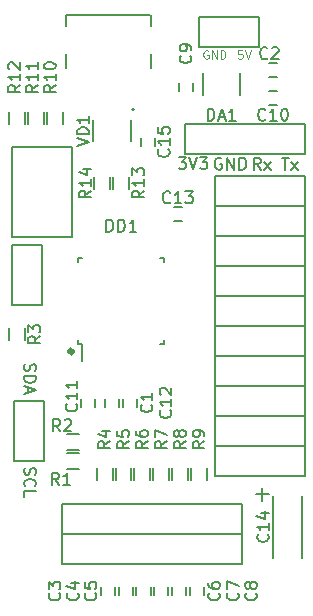
<source format=gbr>
G04 #@! TF.FileFunction,Legend,Top*
%FSLAX46Y46*%
G04 Gerber Fmt 4.6, Leading zero omitted, Abs format (unit mm)*
G04 Created by KiCad (PCBNEW 4.0.5) date 11/21/17 13:44:46*
%MOMM*%
%LPD*%
G01*
G04 APERTURE LIST*
%ADD10C,0.100000*%
%ADD11C,0.150000*%
%ADD12C,0.400000*%
%ADD13C,0.200000*%
G04 APERTURE END LIST*
D10*
X117166667Y-52050000D02*
X117100001Y-52016667D01*
X117000001Y-52016667D01*
X116900001Y-52050000D01*
X116833334Y-52116667D01*
X116800001Y-52183333D01*
X116766667Y-52316667D01*
X116766667Y-52416667D01*
X116800001Y-52550000D01*
X116833334Y-52616667D01*
X116900001Y-52683333D01*
X117000001Y-52716667D01*
X117066667Y-52716667D01*
X117166667Y-52683333D01*
X117200001Y-52650000D01*
X117200001Y-52416667D01*
X117066667Y-52416667D01*
X117500001Y-52716667D02*
X117500001Y-52016667D01*
X117900001Y-52716667D01*
X117900001Y-52016667D01*
X118233334Y-52716667D02*
X118233334Y-52016667D01*
X118400000Y-52016667D01*
X118500000Y-52050000D01*
X118566667Y-52116667D01*
X118600000Y-52183333D01*
X118633334Y-52316667D01*
X118633334Y-52416667D01*
X118600000Y-52550000D01*
X118566667Y-52616667D01*
X118500000Y-52683333D01*
X118400000Y-52716667D01*
X118233334Y-52716667D01*
X120066667Y-52016667D02*
X119733334Y-52016667D01*
X119700000Y-52350000D01*
X119733334Y-52316667D01*
X119800000Y-52283333D01*
X119966667Y-52283333D01*
X120033334Y-52316667D01*
X120066667Y-52350000D01*
X120100000Y-52416667D01*
X120100000Y-52583333D01*
X120066667Y-52650000D01*
X120033334Y-52683333D01*
X119966667Y-52716667D01*
X119800000Y-52716667D01*
X119733334Y-52683333D01*
X119700000Y-52650000D01*
X120300001Y-52016667D02*
X120533334Y-52716667D01*
X120766667Y-52016667D01*
D11*
X114661905Y-61052381D02*
X115280953Y-61052381D01*
X114947619Y-61433333D01*
X115090477Y-61433333D01*
X115185715Y-61480952D01*
X115233334Y-61528571D01*
X115280953Y-61623810D01*
X115280953Y-61861905D01*
X115233334Y-61957143D01*
X115185715Y-62004762D01*
X115090477Y-62052381D01*
X114804762Y-62052381D01*
X114709524Y-62004762D01*
X114661905Y-61957143D01*
X115566667Y-61052381D02*
X115900000Y-62052381D01*
X116233334Y-61052381D01*
X116471429Y-61052381D02*
X117090477Y-61052381D01*
X116757143Y-61433333D01*
X116900001Y-61433333D01*
X116995239Y-61480952D01*
X117042858Y-61528571D01*
X117090477Y-61623810D01*
X117090477Y-61861905D01*
X117042858Y-61957143D01*
X116995239Y-62004762D01*
X116900001Y-62052381D01*
X116614286Y-62052381D01*
X116519048Y-62004762D01*
X116471429Y-61957143D01*
X118288096Y-61150000D02*
X118192858Y-61102381D01*
X118050001Y-61102381D01*
X117907143Y-61150000D01*
X117811905Y-61245238D01*
X117764286Y-61340476D01*
X117716667Y-61530952D01*
X117716667Y-61673810D01*
X117764286Y-61864286D01*
X117811905Y-61959524D01*
X117907143Y-62054762D01*
X118050001Y-62102381D01*
X118145239Y-62102381D01*
X118288096Y-62054762D01*
X118335715Y-62007143D01*
X118335715Y-61673810D01*
X118145239Y-61673810D01*
X118764286Y-62102381D02*
X118764286Y-61102381D01*
X119335715Y-62102381D01*
X119335715Y-61102381D01*
X119811905Y-62102381D02*
X119811905Y-61102381D01*
X120050000Y-61102381D01*
X120192858Y-61150000D01*
X120288096Y-61245238D01*
X120335715Y-61340476D01*
X120383334Y-61530952D01*
X120383334Y-61673810D01*
X120335715Y-61864286D01*
X120288096Y-61959524D01*
X120192858Y-62054762D01*
X120050000Y-62102381D01*
X119811905Y-62102381D01*
X121604762Y-62102381D02*
X121271428Y-61626190D01*
X121033333Y-62102381D02*
X121033333Y-61102381D01*
X121414286Y-61102381D01*
X121509524Y-61150000D01*
X121557143Y-61197619D01*
X121604762Y-61292857D01*
X121604762Y-61435714D01*
X121557143Y-61530952D01*
X121509524Y-61578571D01*
X121414286Y-61626190D01*
X121033333Y-61626190D01*
X121938095Y-62102381D02*
X122461905Y-61435714D01*
X121938095Y-61435714D02*
X122461905Y-62102381D01*
X123409524Y-61102381D02*
X123980953Y-61102381D01*
X123695238Y-62102381D02*
X123695238Y-61102381D01*
X124219048Y-62102381D02*
X124742858Y-61435714D01*
X124219048Y-61435714D02*
X124742858Y-62102381D01*
X101645238Y-87359524D02*
X101597619Y-87502381D01*
X101597619Y-87740477D01*
X101645238Y-87835715D01*
X101692857Y-87883334D01*
X101788095Y-87930953D01*
X101883333Y-87930953D01*
X101978571Y-87883334D01*
X102026190Y-87835715D01*
X102073810Y-87740477D01*
X102121429Y-87550000D01*
X102169048Y-87454762D01*
X102216667Y-87407143D01*
X102311905Y-87359524D01*
X102407143Y-87359524D01*
X102502381Y-87407143D01*
X102550000Y-87454762D01*
X102597619Y-87550000D01*
X102597619Y-87788096D01*
X102550000Y-87930953D01*
X101692857Y-88930953D02*
X101645238Y-88883334D01*
X101597619Y-88740477D01*
X101597619Y-88645239D01*
X101645238Y-88502381D01*
X101740476Y-88407143D01*
X101835714Y-88359524D01*
X102026190Y-88311905D01*
X102169048Y-88311905D01*
X102359524Y-88359524D01*
X102454762Y-88407143D01*
X102550000Y-88502381D01*
X102597619Y-88645239D01*
X102597619Y-88740477D01*
X102550000Y-88883334D01*
X102502381Y-88930953D01*
X101597619Y-89835715D02*
X101597619Y-89359524D01*
X102597619Y-89359524D01*
X101645238Y-78585714D02*
X101597619Y-78728571D01*
X101597619Y-78966667D01*
X101645238Y-79061905D01*
X101692857Y-79109524D01*
X101788095Y-79157143D01*
X101883333Y-79157143D01*
X101978571Y-79109524D01*
X102026190Y-79061905D01*
X102073810Y-78966667D01*
X102121429Y-78776190D01*
X102169048Y-78680952D01*
X102216667Y-78633333D01*
X102311905Y-78585714D01*
X102407143Y-78585714D01*
X102502381Y-78633333D01*
X102550000Y-78680952D01*
X102597619Y-78776190D01*
X102597619Y-79014286D01*
X102550000Y-79157143D01*
X101597619Y-79585714D02*
X102597619Y-79585714D01*
X102597619Y-79823809D01*
X102550000Y-79966667D01*
X102454762Y-80061905D01*
X102359524Y-80109524D01*
X102169048Y-80157143D01*
X102026190Y-80157143D01*
X101835714Y-80109524D01*
X101740476Y-80061905D01*
X101645238Y-79966667D01*
X101597619Y-79823809D01*
X101597619Y-79585714D01*
X101883333Y-80538095D02*
X101883333Y-81014286D01*
X101597619Y-80442857D02*
X102597619Y-80776190D01*
X101597619Y-81109524D01*
D12*
X105708114Y-77500000D02*
G75*
G03X105708114Y-77500000I-158114J0D01*
G01*
D11*
X105142000Y-52284300D02*
X105142000Y-53484300D01*
X112292000Y-52284300D02*
X112292000Y-53484300D01*
X105132000Y-49054300D02*
X105132000Y-49984300D01*
X112292000Y-49054300D02*
X112292000Y-49984300D01*
X112287000Y-49054300D02*
X105137000Y-49054300D01*
X104780000Y-90390000D02*
X120020000Y-90390000D01*
X120020000Y-90390000D02*
X120020000Y-92930000D01*
X120020000Y-92930000D02*
X104780000Y-92930000D01*
X104780000Y-90390000D02*
X104780000Y-92930000D01*
X117730000Y-65220000D02*
X125350000Y-65220000D01*
X125350000Y-65220000D02*
X125350000Y-62680000D01*
X125350000Y-62680000D02*
X117730000Y-62680000D01*
X117730000Y-62680000D02*
X117730000Y-65220000D01*
X117730000Y-67760000D02*
X125350000Y-67760000D01*
X125350000Y-67760000D02*
X125350000Y-65220000D01*
X125350000Y-65220000D02*
X117730000Y-65220000D01*
X117730000Y-65220000D02*
X117730000Y-67760000D01*
X117730000Y-70300000D02*
X125350000Y-70300000D01*
X125350000Y-70300000D02*
X125350000Y-67760000D01*
X125350000Y-67760000D02*
X117730000Y-67760000D01*
X117730000Y-67760000D02*
X117730000Y-70300000D01*
X117730000Y-72840000D02*
X125350000Y-72840000D01*
X125350000Y-72840000D02*
X125350000Y-70300000D01*
X125350000Y-70300000D02*
X117730000Y-70300000D01*
X117730000Y-70300000D02*
X117730000Y-72840000D01*
X117730000Y-75380000D02*
X125350000Y-75380000D01*
X125350000Y-75380000D02*
X125350000Y-72840000D01*
X125350000Y-72840000D02*
X117730000Y-72840000D01*
X117730000Y-72840000D02*
X117730000Y-75380000D01*
X117730000Y-77920000D02*
X125350000Y-77920000D01*
X125350000Y-77920000D02*
X125350000Y-75380000D01*
X125350000Y-75380000D02*
X117730000Y-75380000D01*
X117730000Y-75380000D02*
X117730000Y-77920000D01*
X117730000Y-80460000D02*
X125350000Y-80460000D01*
X125350000Y-80460000D02*
X125350000Y-77920000D01*
X125350000Y-77920000D02*
X117730000Y-77920000D01*
X117730000Y-77920000D02*
X117730000Y-80460000D01*
X117730000Y-83000000D02*
X125350000Y-83000000D01*
X125350000Y-83000000D02*
X125350000Y-80460000D01*
X125350000Y-80460000D02*
X117730000Y-80460000D01*
X117730000Y-80460000D02*
X117730000Y-83000000D01*
X117730000Y-85540000D02*
X125350000Y-85540000D01*
X125350000Y-85540000D02*
X125350000Y-83000000D01*
X125350000Y-83000000D02*
X117730000Y-83000000D01*
X117730000Y-83000000D02*
X117730000Y-85540000D01*
X109650000Y-81500000D02*
X109650000Y-82200000D01*
X108450000Y-82200000D02*
X108450000Y-81500000D01*
X122300000Y-53050000D02*
X123000000Y-53050000D01*
X123000000Y-54250000D02*
X122300000Y-54250000D01*
X108100000Y-98150000D02*
X108100000Y-97450000D01*
X109300000Y-97450000D02*
X109300000Y-98150000D01*
X109600000Y-98150000D02*
X109600000Y-97450000D01*
X110800000Y-97450000D02*
X110800000Y-98150000D01*
X111100000Y-98150000D02*
X111100000Y-97450000D01*
X112300000Y-97450000D02*
X112300000Y-98150000D01*
X112600000Y-98150000D02*
X112600000Y-97450000D01*
X113800000Y-97450000D02*
X113800000Y-98150000D01*
X114100000Y-98150000D02*
X114100000Y-97450000D01*
X115300000Y-97450000D02*
X115300000Y-98150000D01*
X115600000Y-98150000D02*
X115600000Y-97450000D01*
X116800000Y-97450000D02*
X116800000Y-98150000D01*
X114700000Y-55450000D02*
X114700000Y-54750000D01*
X115900000Y-54750000D02*
X115900000Y-55450000D01*
X122300000Y-55450000D02*
X123000000Y-55450000D01*
X123000000Y-56650000D02*
X122300000Y-56650000D01*
X107600000Y-81500000D02*
X107600000Y-82200000D01*
X106400000Y-82200000D02*
X106400000Y-81500000D01*
X111150000Y-81500000D02*
X111150000Y-82200000D01*
X109950000Y-82200000D02*
X109950000Y-81500000D01*
X114250000Y-65250000D02*
X114950000Y-65250000D01*
X114950000Y-66450000D02*
X114250000Y-66450000D01*
X122701120Y-89749040D02*
X122701120Y-94950960D01*
X125098880Y-94950960D02*
X125098880Y-89749040D01*
X112650000Y-59400000D02*
X112650000Y-60100000D01*
X111450000Y-60100000D02*
X111450000Y-59400000D01*
X116700000Y-53950000D02*
X116700000Y-55750000D01*
X119900000Y-53950000D02*
X119900000Y-55750000D01*
X106175000Y-76875000D02*
X106500000Y-76875000D01*
X106175000Y-69625000D02*
X106500000Y-69625000D01*
X113425000Y-69625000D02*
X113100000Y-69625000D01*
X113425000Y-76875000D02*
X113100000Y-76875000D01*
X106175000Y-76875000D02*
X106175000Y-76550000D01*
X113425000Y-76875000D02*
X113425000Y-76550000D01*
X113425000Y-69625000D02*
X113425000Y-69950000D01*
X106175000Y-69625000D02*
X106175000Y-69950000D01*
X106500000Y-76875000D02*
X106500000Y-78300000D01*
X105250000Y-86125000D02*
X106250000Y-86125000D01*
X106250000Y-87475000D02*
X105250000Y-87475000D01*
X105250000Y-84525000D02*
X106250000Y-84525000D01*
X106250000Y-85875000D02*
X105250000Y-85875000D01*
X100325000Y-76550000D02*
X100325000Y-75550000D01*
X101675000Y-75550000D02*
X101675000Y-76550000D01*
X107725000Y-88400000D02*
X107725000Y-87400000D01*
X109075000Y-87400000D02*
X109075000Y-88400000D01*
X109325000Y-88400000D02*
X109325000Y-87400000D01*
X110675000Y-87400000D02*
X110675000Y-88400000D01*
X110925000Y-88400000D02*
X110925000Y-87400000D01*
X112275000Y-87400000D02*
X112275000Y-88400000D01*
X112525000Y-88400000D02*
X112525000Y-87400000D01*
X113875000Y-87400000D02*
X113875000Y-88400000D01*
X114125000Y-88400000D02*
X114125000Y-87400000D01*
X115475000Y-87400000D02*
X115475000Y-88400000D01*
X115725000Y-88400000D02*
X115725000Y-87400000D01*
X117075000Y-87400000D02*
X117075000Y-88400000D01*
X104875000Y-57250000D02*
X104875000Y-58250000D01*
X103525000Y-58250000D02*
X103525000Y-57250000D01*
X103275000Y-57250000D02*
X103275000Y-58250000D01*
X101925000Y-58250000D02*
X101925000Y-57250000D01*
X101675000Y-57250000D02*
X101675000Y-58250000D01*
X100325000Y-58250000D02*
X100325000Y-57250000D01*
X110475000Y-62750000D02*
X110475000Y-63750000D01*
X109125000Y-63750000D02*
X109125000Y-62750000D01*
X108875000Y-62750000D02*
X108875000Y-63750000D01*
X107525000Y-63750000D02*
X107525000Y-62750000D01*
D13*
X110900499Y-57000000D02*
G75*
G03X110900499Y-57000000I-100499J0D01*
G01*
D11*
X107400000Y-57900000D02*
X107400000Y-59700000D01*
X110600000Y-57900000D02*
X110600000Y-59700000D01*
X103270000Y-81730000D02*
X103270000Y-86810000D01*
X103270000Y-81730000D02*
X100730000Y-81730000D01*
X100730000Y-81730000D02*
X100730000Y-86810000D01*
X100730000Y-86810000D02*
X103270000Y-86810000D01*
X121470000Y-51770000D02*
X116390000Y-51770000D01*
X121470000Y-51770000D02*
X121470000Y-49230000D01*
X121470000Y-49230000D02*
X116390000Y-49230000D01*
X116390000Y-49230000D02*
X116390000Y-51770000D01*
X100580000Y-73570000D02*
X100580000Y-68490000D01*
X100580000Y-73570000D02*
X103120000Y-73570000D01*
X103120000Y-73570000D02*
X103120000Y-68490000D01*
X103120000Y-68490000D02*
X100580000Y-68490000D01*
X125370000Y-58230000D02*
X115210000Y-58230000D01*
X125370000Y-60770000D02*
X115210000Y-60770000D01*
X115210000Y-58230000D02*
X115210000Y-60770000D01*
X125370000Y-60770000D02*
X125370000Y-58230000D01*
X117730000Y-88080000D02*
X125350000Y-88080000D01*
X125350000Y-88080000D02*
X125350000Y-85540000D01*
X125350000Y-85540000D02*
X117730000Y-85540000D01*
X117730000Y-85540000D02*
X117730000Y-88080000D01*
X104780000Y-92930000D02*
X120020000Y-92930000D01*
X120020000Y-92930000D02*
X120020000Y-95470000D01*
X120020000Y-95470000D02*
X104780000Y-95470000D01*
X104780000Y-92930000D02*
X104780000Y-95470000D01*
X100580000Y-60230000D02*
X100580000Y-67850000D01*
X100580000Y-67850000D02*
X105660000Y-67850000D01*
X105660000Y-67850000D02*
X105660000Y-62770000D01*
X105660000Y-60230000D02*
X100580000Y-60230000D01*
X105660000Y-62770000D02*
X105660000Y-60230000D01*
X112357143Y-82016666D02*
X112404762Y-82064285D01*
X112452381Y-82207142D01*
X112452381Y-82302380D01*
X112404762Y-82445238D01*
X112309524Y-82540476D01*
X112214286Y-82588095D01*
X112023810Y-82635714D01*
X111880952Y-82635714D01*
X111690476Y-82588095D01*
X111595238Y-82540476D01*
X111500000Y-82445238D01*
X111452381Y-82302380D01*
X111452381Y-82207142D01*
X111500000Y-82064285D01*
X111547619Y-82016666D01*
X112452381Y-81064285D02*
X112452381Y-81635714D01*
X112452381Y-81350000D02*
X111452381Y-81350000D01*
X111595238Y-81445238D01*
X111690476Y-81540476D01*
X111738095Y-81635714D01*
X122183334Y-52657143D02*
X122135715Y-52704762D01*
X121992858Y-52752381D01*
X121897620Y-52752381D01*
X121754762Y-52704762D01*
X121659524Y-52609524D01*
X121611905Y-52514286D01*
X121564286Y-52323810D01*
X121564286Y-52180952D01*
X121611905Y-51990476D01*
X121659524Y-51895238D01*
X121754762Y-51800000D01*
X121897620Y-51752381D01*
X121992858Y-51752381D01*
X122135715Y-51800000D01*
X122183334Y-51847619D01*
X122564286Y-51847619D02*
X122611905Y-51800000D01*
X122707143Y-51752381D01*
X122945239Y-51752381D01*
X123040477Y-51800000D01*
X123088096Y-51847619D01*
X123135715Y-51942857D01*
X123135715Y-52038095D01*
X123088096Y-52180952D01*
X122516667Y-52752381D01*
X123135715Y-52752381D01*
X104557143Y-97966666D02*
X104604762Y-98014285D01*
X104652381Y-98157142D01*
X104652381Y-98252380D01*
X104604762Y-98395238D01*
X104509524Y-98490476D01*
X104414286Y-98538095D01*
X104223810Y-98585714D01*
X104080952Y-98585714D01*
X103890476Y-98538095D01*
X103795238Y-98490476D01*
X103700000Y-98395238D01*
X103652381Y-98252380D01*
X103652381Y-98157142D01*
X103700000Y-98014285D01*
X103747619Y-97966666D01*
X103652381Y-97633333D02*
X103652381Y-97014285D01*
X104033333Y-97347619D01*
X104033333Y-97204761D01*
X104080952Y-97109523D01*
X104128571Y-97061904D01*
X104223810Y-97014285D01*
X104461905Y-97014285D01*
X104557143Y-97061904D01*
X104604762Y-97109523D01*
X104652381Y-97204761D01*
X104652381Y-97490476D01*
X104604762Y-97585714D01*
X104557143Y-97633333D01*
X106107143Y-97966666D02*
X106154762Y-98014285D01*
X106202381Y-98157142D01*
X106202381Y-98252380D01*
X106154762Y-98395238D01*
X106059524Y-98490476D01*
X105964286Y-98538095D01*
X105773810Y-98585714D01*
X105630952Y-98585714D01*
X105440476Y-98538095D01*
X105345238Y-98490476D01*
X105250000Y-98395238D01*
X105202381Y-98252380D01*
X105202381Y-98157142D01*
X105250000Y-98014285D01*
X105297619Y-97966666D01*
X105535714Y-97109523D02*
X106202381Y-97109523D01*
X105154762Y-97347619D02*
X105869048Y-97585714D01*
X105869048Y-96966666D01*
X107607143Y-97966666D02*
X107654762Y-98014285D01*
X107702381Y-98157142D01*
X107702381Y-98252380D01*
X107654762Y-98395238D01*
X107559524Y-98490476D01*
X107464286Y-98538095D01*
X107273810Y-98585714D01*
X107130952Y-98585714D01*
X106940476Y-98538095D01*
X106845238Y-98490476D01*
X106750000Y-98395238D01*
X106702381Y-98252380D01*
X106702381Y-98157142D01*
X106750000Y-98014285D01*
X106797619Y-97966666D01*
X106702381Y-97061904D02*
X106702381Y-97538095D01*
X107178571Y-97585714D01*
X107130952Y-97538095D01*
X107083333Y-97442857D01*
X107083333Y-97204761D01*
X107130952Y-97109523D01*
X107178571Y-97061904D01*
X107273810Y-97014285D01*
X107511905Y-97014285D01*
X107607143Y-97061904D01*
X107654762Y-97109523D01*
X107702381Y-97204761D01*
X107702381Y-97442857D01*
X107654762Y-97538095D01*
X107607143Y-97585714D01*
X118057143Y-97966666D02*
X118104762Y-98014285D01*
X118152381Y-98157142D01*
X118152381Y-98252380D01*
X118104762Y-98395238D01*
X118009524Y-98490476D01*
X117914286Y-98538095D01*
X117723810Y-98585714D01*
X117580952Y-98585714D01*
X117390476Y-98538095D01*
X117295238Y-98490476D01*
X117200000Y-98395238D01*
X117152381Y-98252380D01*
X117152381Y-98157142D01*
X117200000Y-98014285D01*
X117247619Y-97966666D01*
X117152381Y-97109523D02*
X117152381Y-97300000D01*
X117200000Y-97395238D01*
X117247619Y-97442857D01*
X117390476Y-97538095D01*
X117580952Y-97585714D01*
X117961905Y-97585714D01*
X118057143Y-97538095D01*
X118104762Y-97490476D01*
X118152381Y-97395238D01*
X118152381Y-97204761D01*
X118104762Y-97109523D01*
X118057143Y-97061904D01*
X117961905Y-97014285D01*
X117723810Y-97014285D01*
X117628571Y-97061904D01*
X117580952Y-97109523D01*
X117533333Y-97204761D01*
X117533333Y-97395238D01*
X117580952Y-97490476D01*
X117628571Y-97538095D01*
X117723810Y-97585714D01*
X119657143Y-97966666D02*
X119704762Y-98014285D01*
X119752381Y-98157142D01*
X119752381Y-98252380D01*
X119704762Y-98395238D01*
X119609524Y-98490476D01*
X119514286Y-98538095D01*
X119323810Y-98585714D01*
X119180952Y-98585714D01*
X118990476Y-98538095D01*
X118895238Y-98490476D01*
X118800000Y-98395238D01*
X118752381Y-98252380D01*
X118752381Y-98157142D01*
X118800000Y-98014285D01*
X118847619Y-97966666D01*
X118752381Y-97633333D02*
X118752381Y-96966666D01*
X119752381Y-97395238D01*
X121207143Y-97966666D02*
X121254762Y-98014285D01*
X121302381Y-98157142D01*
X121302381Y-98252380D01*
X121254762Y-98395238D01*
X121159524Y-98490476D01*
X121064286Y-98538095D01*
X120873810Y-98585714D01*
X120730952Y-98585714D01*
X120540476Y-98538095D01*
X120445238Y-98490476D01*
X120350000Y-98395238D01*
X120302381Y-98252380D01*
X120302381Y-98157142D01*
X120350000Y-98014285D01*
X120397619Y-97966666D01*
X120730952Y-97395238D02*
X120683333Y-97490476D01*
X120635714Y-97538095D01*
X120540476Y-97585714D01*
X120492857Y-97585714D01*
X120397619Y-97538095D01*
X120350000Y-97490476D01*
X120302381Y-97395238D01*
X120302381Y-97204761D01*
X120350000Y-97109523D01*
X120397619Y-97061904D01*
X120492857Y-97014285D01*
X120540476Y-97014285D01*
X120635714Y-97061904D01*
X120683333Y-97109523D01*
X120730952Y-97204761D01*
X120730952Y-97395238D01*
X120778571Y-97490476D01*
X120826190Y-97538095D01*
X120921429Y-97585714D01*
X121111905Y-97585714D01*
X121207143Y-97538095D01*
X121254762Y-97490476D01*
X121302381Y-97395238D01*
X121302381Y-97204761D01*
X121254762Y-97109523D01*
X121207143Y-97061904D01*
X121111905Y-97014285D01*
X120921429Y-97014285D01*
X120826190Y-97061904D01*
X120778571Y-97109523D01*
X120730952Y-97204761D01*
X115657143Y-52466666D02*
X115704762Y-52514285D01*
X115752381Y-52657142D01*
X115752381Y-52752380D01*
X115704762Y-52895238D01*
X115609524Y-52990476D01*
X115514286Y-53038095D01*
X115323810Y-53085714D01*
X115180952Y-53085714D01*
X114990476Y-53038095D01*
X114895238Y-52990476D01*
X114800000Y-52895238D01*
X114752381Y-52752380D01*
X114752381Y-52657142D01*
X114800000Y-52514285D01*
X114847619Y-52466666D01*
X115752381Y-51990476D02*
X115752381Y-51800000D01*
X115704762Y-51704761D01*
X115657143Y-51657142D01*
X115514286Y-51561904D01*
X115323810Y-51514285D01*
X114942857Y-51514285D01*
X114847619Y-51561904D01*
X114800000Y-51609523D01*
X114752381Y-51704761D01*
X114752381Y-51895238D01*
X114800000Y-51990476D01*
X114847619Y-52038095D01*
X114942857Y-52085714D01*
X115180952Y-52085714D01*
X115276190Y-52038095D01*
X115323810Y-51990476D01*
X115371429Y-51895238D01*
X115371429Y-51704761D01*
X115323810Y-51609523D01*
X115276190Y-51561904D01*
X115180952Y-51514285D01*
X122007143Y-57857143D02*
X121959524Y-57904762D01*
X121816667Y-57952381D01*
X121721429Y-57952381D01*
X121578571Y-57904762D01*
X121483333Y-57809524D01*
X121435714Y-57714286D01*
X121388095Y-57523810D01*
X121388095Y-57380952D01*
X121435714Y-57190476D01*
X121483333Y-57095238D01*
X121578571Y-57000000D01*
X121721429Y-56952381D01*
X121816667Y-56952381D01*
X121959524Y-57000000D01*
X122007143Y-57047619D01*
X122959524Y-57952381D02*
X122388095Y-57952381D01*
X122673809Y-57952381D02*
X122673809Y-56952381D01*
X122578571Y-57095238D01*
X122483333Y-57190476D01*
X122388095Y-57238095D01*
X123578571Y-56952381D02*
X123673810Y-56952381D01*
X123769048Y-57000000D01*
X123816667Y-57047619D01*
X123864286Y-57142857D01*
X123911905Y-57333333D01*
X123911905Y-57571429D01*
X123864286Y-57761905D01*
X123816667Y-57857143D01*
X123769048Y-57904762D01*
X123673810Y-57952381D01*
X123578571Y-57952381D01*
X123483333Y-57904762D01*
X123435714Y-57857143D01*
X123388095Y-57761905D01*
X123340476Y-57571429D01*
X123340476Y-57333333D01*
X123388095Y-57142857D01*
X123435714Y-57047619D01*
X123483333Y-57000000D01*
X123578571Y-56952381D01*
X106007143Y-81942857D02*
X106054762Y-81990476D01*
X106102381Y-82133333D01*
X106102381Y-82228571D01*
X106054762Y-82371429D01*
X105959524Y-82466667D01*
X105864286Y-82514286D01*
X105673810Y-82561905D01*
X105530952Y-82561905D01*
X105340476Y-82514286D01*
X105245238Y-82466667D01*
X105150000Y-82371429D01*
X105102381Y-82228571D01*
X105102381Y-82133333D01*
X105150000Y-81990476D01*
X105197619Y-81942857D01*
X106102381Y-80990476D02*
X106102381Y-81561905D01*
X106102381Y-81276191D02*
X105102381Y-81276191D01*
X105245238Y-81371429D01*
X105340476Y-81466667D01*
X105388095Y-81561905D01*
X106102381Y-80038095D02*
X106102381Y-80609524D01*
X106102381Y-80323810D02*
X105102381Y-80323810D01*
X105245238Y-80419048D01*
X105340476Y-80514286D01*
X105388095Y-80609524D01*
X113957143Y-82492857D02*
X114004762Y-82540476D01*
X114052381Y-82683333D01*
X114052381Y-82778571D01*
X114004762Y-82921429D01*
X113909524Y-83016667D01*
X113814286Y-83064286D01*
X113623810Y-83111905D01*
X113480952Y-83111905D01*
X113290476Y-83064286D01*
X113195238Y-83016667D01*
X113100000Y-82921429D01*
X113052381Y-82778571D01*
X113052381Y-82683333D01*
X113100000Y-82540476D01*
X113147619Y-82492857D01*
X114052381Y-81540476D02*
X114052381Y-82111905D01*
X114052381Y-81826191D02*
X113052381Y-81826191D01*
X113195238Y-81921429D01*
X113290476Y-82016667D01*
X113338095Y-82111905D01*
X113147619Y-81159524D02*
X113100000Y-81111905D01*
X113052381Y-81016667D01*
X113052381Y-80778571D01*
X113100000Y-80683333D01*
X113147619Y-80635714D01*
X113242857Y-80588095D01*
X113338095Y-80588095D01*
X113480952Y-80635714D01*
X114052381Y-81207143D01*
X114052381Y-80588095D01*
X113957143Y-64857143D02*
X113909524Y-64904762D01*
X113766667Y-64952381D01*
X113671429Y-64952381D01*
X113528571Y-64904762D01*
X113433333Y-64809524D01*
X113385714Y-64714286D01*
X113338095Y-64523810D01*
X113338095Y-64380952D01*
X113385714Y-64190476D01*
X113433333Y-64095238D01*
X113528571Y-64000000D01*
X113671429Y-63952381D01*
X113766667Y-63952381D01*
X113909524Y-64000000D01*
X113957143Y-64047619D01*
X114909524Y-64952381D02*
X114338095Y-64952381D01*
X114623809Y-64952381D02*
X114623809Y-63952381D01*
X114528571Y-64095238D01*
X114433333Y-64190476D01*
X114338095Y-64238095D01*
X115242857Y-63952381D02*
X115861905Y-63952381D01*
X115528571Y-64333333D01*
X115671429Y-64333333D01*
X115766667Y-64380952D01*
X115814286Y-64428571D01*
X115861905Y-64523810D01*
X115861905Y-64761905D01*
X115814286Y-64857143D01*
X115766667Y-64904762D01*
X115671429Y-64952381D01*
X115385714Y-64952381D01*
X115290476Y-64904762D01*
X115242857Y-64857143D01*
X122207143Y-92992857D02*
X122254762Y-93040476D01*
X122302381Y-93183333D01*
X122302381Y-93278571D01*
X122254762Y-93421429D01*
X122159524Y-93516667D01*
X122064286Y-93564286D01*
X121873810Y-93611905D01*
X121730952Y-93611905D01*
X121540476Y-93564286D01*
X121445238Y-93516667D01*
X121350000Y-93421429D01*
X121302381Y-93278571D01*
X121302381Y-93183333D01*
X121350000Y-93040476D01*
X121397619Y-92992857D01*
X122302381Y-92040476D02*
X122302381Y-92611905D01*
X122302381Y-92326191D02*
X121302381Y-92326191D01*
X121445238Y-92421429D01*
X121540476Y-92516667D01*
X121588095Y-92611905D01*
X121635714Y-91183333D02*
X122302381Y-91183333D01*
X121254762Y-91421429D02*
X121969048Y-91659524D01*
X121969048Y-91040476D01*
X121757143Y-90171428D02*
X121757143Y-89028571D01*
X122328571Y-89600000D02*
X121185714Y-89600000D01*
X113807143Y-60392857D02*
X113854762Y-60440476D01*
X113902381Y-60583333D01*
X113902381Y-60678571D01*
X113854762Y-60821429D01*
X113759524Y-60916667D01*
X113664286Y-60964286D01*
X113473810Y-61011905D01*
X113330952Y-61011905D01*
X113140476Y-60964286D01*
X113045238Y-60916667D01*
X112950000Y-60821429D01*
X112902381Y-60678571D01*
X112902381Y-60583333D01*
X112950000Y-60440476D01*
X112997619Y-60392857D01*
X113902381Y-59440476D02*
X113902381Y-60011905D01*
X113902381Y-59726191D02*
X112902381Y-59726191D01*
X113045238Y-59821429D01*
X113140476Y-59916667D01*
X113188095Y-60011905D01*
X112902381Y-58535714D02*
X112902381Y-59011905D01*
X113378571Y-59059524D01*
X113330952Y-59011905D01*
X113283333Y-58916667D01*
X113283333Y-58678571D01*
X113330952Y-58583333D01*
X113378571Y-58535714D01*
X113473810Y-58488095D01*
X113711905Y-58488095D01*
X113807143Y-58535714D01*
X113854762Y-58583333D01*
X113902381Y-58678571D01*
X113902381Y-58916667D01*
X113854762Y-59011905D01*
X113807143Y-59059524D01*
X117133333Y-57952381D02*
X117133333Y-56952381D01*
X117371428Y-56952381D01*
X117514286Y-57000000D01*
X117609524Y-57095238D01*
X117657143Y-57190476D01*
X117704762Y-57380952D01*
X117704762Y-57523810D01*
X117657143Y-57714286D01*
X117609524Y-57809524D01*
X117514286Y-57904762D01*
X117371428Y-57952381D01*
X117133333Y-57952381D01*
X118085714Y-57666667D02*
X118561905Y-57666667D01*
X117990476Y-57952381D02*
X118323809Y-56952381D01*
X118657143Y-57952381D01*
X119514286Y-57952381D02*
X118942857Y-57952381D01*
X119228571Y-57952381D02*
X119228571Y-56952381D01*
X119133333Y-57095238D01*
X119038095Y-57190476D01*
X118942857Y-57238095D01*
X108561905Y-67352381D02*
X108561905Y-66352381D01*
X108800000Y-66352381D01*
X108942858Y-66400000D01*
X109038096Y-66495238D01*
X109085715Y-66590476D01*
X109133334Y-66780952D01*
X109133334Y-66923810D01*
X109085715Y-67114286D01*
X109038096Y-67209524D01*
X108942858Y-67304762D01*
X108800000Y-67352381D01*
X108561905Y-67352381D01*
X109561905Y-67352381D02*
X109561905Y-66352381D01*
X109800000Y-66352381D01*
X109942858Y-66400000D01*
X110038096Y-66495238D01*
X110085715Y-66590476D01*
X110133334Y-66780952D01*
X110133334Y-66923810D01*
X110085715Y-67114286D01*
X110038096Y-67209524D01*
X109942858Y-67304762D01*
X109800000Y-67352381D01*
X109561905Y-67352381D01*
X111085715Y-67352381D02*
X110514286Y-67352381D01*
X110800000Y-67352381D02*
X110800000Y-66352381D01*
X110704762Y-66495238D01*
X110609524Y-66590476D01*
X110514286Y-66638095D01*
X104533334Y-88802381D02*
X104200000Y-88326190D01*
X103961905Y-88802381D02*
X103961905Y-87802381D01*
X104342858Y-87802381D01*
X104438096Y-87850000D01*
X104485715Y-87897619D01*
X104533334Y-87992857D01*
X104533334Y-88135714D01*
X104485715Y-88230952D01*
X104438096Y-88278571D01*
X104342858Y-88326190D01*
X103961905Y-88326190D01*
X105485715Y-88802381D02*
X104914286Y-88802381D01*
X105200000Y-88802381D02*
X105200000Y-87802381D01*
X105104762Y-87945238D01*
X105009524Y-88040476D01*
X104914286Y-88088095D01*
X104633334Y-84252381D02*
X104300000Y-83776190D01*
X104061905Y-84252381D02*
X104061905Y-83252381D01*
X104442858Y-83252381D01*
X104538096Y-83300000D01*
X104585715Y-83347619D01*
X104633334Y-83442857D01*
X104633334Y-83585714D01*
X104585715Y-83680952D01*
X104538096Y-83728571D01*
X104442858Y-83776190D01*
X104061905Y-83776190D01*
X105014286Y-83347619D02*
X105061905Y-83300000D01*
X105157143Y-83252381D01*
X105395239Y-83252381D01*
X105490477Y-83300000D01*
X105538096Y-83347619D01*
X105585715Y-83442857D01*
X105585715Y-83538095D01*
X105538096Y-83680952D01*
X104966667Y-84252381D01*
X105585715Y-84252381D01*
X102952381Y-76216666D02*
X102476190Y-76550000D01*
X102952381Y-76788095D02*
X101952381Y-76788095D01*
X101952381Y-76407142D01*
X102000000Y-76311904D01*
X102047619Y-76264285D01*
X102142857Y-76216666D01*
X102285714Y-76216666D01*
X102380952Y-76264285D01*
X102428571Y-76311904D01*
X102476190Y-76407142D01*
X102476190Y-76788095D01*
X101952381Y-75883333D02*
X101952381Y-75264285D01*
X102333333Y-75597619D01*
X102333333Y-75454761D01*
X102380952Y-75359523D01*
X102428571Y-75311904D01*
X102523810Y-75264285D01*
X102761905Y-75264285D01*
X102857143Y-75311904D01*
X102904762Y-75359523D01*
X102952381Y-75454761D01*
X102952381Y-75740476D01*
X102904762Y-75835714D01*
X102857143Y-75883333D01*
X108852381Y-85116666D02*
X108376190Y-85450000D01*
X108852381Y-85688095D02*
X107852381Y-85688095D01*
X107852381Y-85307142D01*
X107900000Y-85211904D01*
X107947619Y-85164285D01*
X108042857Y-85116666D01*
X108185714Y-85116666D01*
X108280952Y-85164285D01*
X108328571Y-85211904D01*
X108376190Y-85307142D01*
X108376190Y-85688095D01*
X108185714Y-84259523D02*
X108852381Y-84259523D01*
X107804762Y-84497619D02*
X108519048Y-84735714D01*
X108519048Y-84116666D01*
X110452381Y-85116666D02*
X109976190Y-85450000D01*
X110452381Y-85688095D02*
X109452381Y-85688095D01*
X109452381Y-85307142D01*
X109500000Y-85211904D01*
X109547619Y-85164285D01*
X109642857Y-85116666D01*
X109785714Y-85116666D01*
X109880952Y-85164285D01*
X109928571Y-85211904D01*
X109976190Y-85307142D01*
X109976190Y-85688095D01*
X109452381Y-84211904D02*
X109452381Y-84688095D01*
X109928571Y-84735714D01*
X109880952Y-84688095D01*
X109833333Y-84592857D01*
X109833333Y-84354761D01*
X109880952Y-84259523D01*
X109928571Y-84211904D01*
X110023810Y-84164285D01*
X110261905Y-84164285D01*
X110357143Y-84211904D01*
X110404762Y-84259523D01*
X110452381Y-84354761D01*
X110452381Y-84592857D01*
X110404762Y-84688095D01*
X110357143Y-84735714D01*
X112052381Y-85116666D02*
X111576190Y-85450000D01*
X112052381Y-85688095D02*
X111052381Y-85688095D01*
X111052381Y-85307142D01*
X111100000Y-85211904D01*
X111147619Y-85164285D01*
X111242857Y-85116666D01*
X111385714Y-85116666D01*
X111480952Y-85164285D01*
X111528571Y-85211904D01*
X111576190Y-85307142D01*
X111576190Y-85688095D01*
X111052381Y-84259523D02*
X111052381Y-84450000D01*
X111100000Y-84545238D01*
X111147619Y-84592857D01*
X111290476Y-84688095D01*
X111480952Y-84735714D01*
X111861905Y-84735714D01*
X111957143Y-84688095D01*
X112004762Y-84640476D01*
X112052381Y-84545238D01*
X112052381Y-84354761D01*
X112004762Y-84259523D01*
X111957143Y-84211904D01*
X111861905Y-84164285D01*
X111623810Y-84164285D01*
X111528571Y-84211904D01*
X111480952Y-84259523D01*
X111433333Y-84354761D01*
X111433333Y-84545238D01*
X111480952Y-84640476D01*
X111528571Y-84688095D01*
X111623810Y-84735714D01*
X113652381Y-85116666D02*
X113176190Y-85450000D01*
X113652381Y-85688095D02*
X112652381Y-85688095D01*
X112652381Y-85307142D01*
X112700000Y-85211904D01*
X112747619Y-85164285D01*
X112842857Y-85116666D01*
X112985714Y-85116666D01*
X113080952Y-85164285D01*
X113128571Y-85211904D01*
X113176190Y-85307142D01*
X113176190Y-85688095D01*
X112652381Y-84783333D02*
X112652381Y-84116666D01*
X113652381Y-84545238D01*
X115252381Y-85116666D02*
X114776190Y-85450000D01*
X115252381Y-85688095D02*
X114252381Y-85688095D01*
X114252381Y-85307142D01*
X114300000Y-85211904D01*
X114347619Y-85164285D01*
X114442857Y-85116666D01*
X114585714Y-85116666D01*
X114680952Y-85164285D01*
X114728571Y-85211904D01*
X114776190Y-85307142D01*
X114776190Y-85688095D01*
X114680952Y-84545238D02*
X114633333Y-84640476D01*
X114585714Y-84688095D01*
X114490476Y-84735714D01*
X114442857Y-84735714D01*
X114347619Y-84688095D01*
X114300000Y-84640476D01*
X114252381Y-84545238D01*
X114252381Y-84354761D01*
X114300000Y-84259523D01*
X114347619Y-84211904D01*
X114442857Y-84164285D01*
X114490476Y-84164285D01*
X114585714Y-84211904D01*
X114633333Y-84259523D01*
X114680952Y-84354761D01*
X114680952Y-84545238D01*
X114728571Y-84640476D01*
X114776190Y-84688095D01*
X114871429Y-84735714D01*
X115061905Y-84735714D01*
X115157143Y-84688095D01*
X115204762Y-84640476D01*
X115252381Y-84545238D01*
X115252381Y-84354761D01*
X115204762Y-84259523D01*
X115157143Y-84211904D01*
X115061905Y-84164285D01*
X114871429Y-84164285D01*
X114776190Y-84211904D01*
X114728571Y-84259523D01*
X114680952Y-84354761D01*
X116852381Y-85116666D02*
X116376190Y-85450000D01*
X116852381Y-85688095D02*
X115852381Y-85688095D01*
X115852381Y-85307142D01*
X115900000Y-85211904D01*
X115947619Y-85164285D01*
X116042857Y-85116666D01*
X116185714Y-85116666D01*
X116280952Y-85164285D01*
X116328571Y-85211904D01*
X116376190Y-85307142D01*
X116376190Y-85688095D01*
X116852381Y-84640476D02*
X116852381Y-84450000D01*
X116804762Y-84354761D01*
X116757143Y-84307142D01*
X116614286Y-84211904D01*
X116423810Y-84164285D01*
X116042857Y-84164285D01*
X115947619Y-84211904D01*
X115900000Y-84259523D01*
X115852381Y-84354761D01*
X115852381Y-84545238D01*
X115900000Y-84640476D01*
X115947619Y-84688095D01*
X116042857Y-84735714D01*
X116280952Y-84735714D01*
X116376190Y-84688095D01*
X116423810Y-84640476D01*
X116471429Y-84545238D01*
X116471429Y-84354761D01*
X116423810Y-84259523D01*
X116376190Y-84211904D01*
X116280952Y-84164285D01*
X104252381Y-54942857D02*
X103776190Y-55276191D01*
X104252381Y-55514286D02*
X103252381Y-55514286D01*
X103252381Y-55133333D01*
X103300000Y-55038095D01*
X103347619Y-54990476D01*
X103442857Y-54942857D01*
X103585714Y-54942857D01*
X103680952Y-54990476D01*
X103728571Y-55038095D01*
X103776190Y-55133333D01*
X103776190Y-55514286D01*
X104252381Y-53990476D02*
X104252381Y-54561905D01*
X104252381Y-54276191D02*
X103252381Y-54276191D01*
X103395238Y-54371429D01*
X103490476Y-54466667D01*
X103538095Y-54561905D01*
X103252381Y-53371429D02*
X103252381Y-53276190D01*
X103300000Y-53180952D01*
X103347619Y-53133333D01*
X103442857Y-53085714D01*
X103633333Y-53038095D01*
X103871429Y-53038095D01*
X104061905Y-53085714D01*
X104157143Y-53133333D01*
X104204762Y-53180952D01*
X104252381Y-53276190D01*
X104252381Y-53371429D01*
X104204762Y-53466667D01*
X104157143Y-53514286D01*
X104061905Y-53561905D01*
X103871429Y-53609524D01*
X103633333Y-53609524D01*
X103442857Y-53561905D01*
X103347619Y-53514286D01*
X103300000Y-53466667D01*
X103252381Y-53371429D01*
X102752381Y-54942857D02*
X102276190Y-55276191D01*
X102752381Y-55514286D02*
X101752381Y-55514286D01*
X101752381Y-55133333D01*
X101800000Y-55038095D01*
X101847619Y-54990476D01*
X101942857Y-54942857D01*
X102085714Y-54942857D01*
X102180952Y-54990476D01*
X102228571Y-55038095D01*
X102276190Y-55133333D01*
X102276190Y-55514286D01*
X102752381Y-53990476D02*
X102752381Y-54561905D01*
X102752381Y-54276191D02*
X101752381Y-54276191D01*
X101895238Y-54371429D01*
X101990476Y-54466667D01*
X102038095Y-54561905D01*
X102752381Y-53038095D02*
X102752381Y-53609524D01*
X102752381Y-53323810D02*
X101752381Y-53323810D01*
X101895238Y-53419048D01*
X101990476Y-53514286D01*
X102038095Y-53609524D01*
X101252381Y-54942857D02*
X100776190Y-55276191D01*
X101252381Y-55514286D02*
X100252381Y-55514286D01*
X100252381Y-55133333D01*
X100300000Y-55038095D01*
X100347619Y-54990476D01*
X100442857Y-54942857D01*
X100585714Y-54942857D01*
X100680952Y-54990476D01*
X100728571Y-55038095D01*
X100776190Y-55133333D01*
X100776190Y-55514286D01*
X101252381Y-53990476D02*
X101252381Y-54561905D01*
X101252381Y-54276191D02*
X100252381Y-54276191D01*
X100395238Y-54371429D01*
X100490476Y-54466667D01*
X100538095Y-54561905D01*
X100347619Y-53609524D02*
X100300000Y-53561905D01*
X100252381Y-53466667D01*
X100252381Y-53228571D01*
X100300000Y-53133333D01*
X100347619Y-53085714D01*
X100442857Y-53038095D01*
X100538095Y-53038095D01*
X100680952Y-53085714D01*
X101252381Y-53657143D01*
X101252381Y-53038095D01*
X111752381Y-63892857D02*
X111276190Y-64226191D01*
X111752381Y-64464286D02*
X110752381Y-64464286D01*
X110752381Y-64083333D01*
X110800000Y-63988095D01*
X110847619Y-63940476D01*
X110942857Y-63892857D01*
X111085714Y-63892857D01*
X111180952Y-63940476D01*
X111228571Y-63988095D01*
X111276190Y-64083333D01*
X111276190Y-64464286D01*
X111752381Y-62940476D02*
X111752381Y-63511905D01*
X111752381Y-63226191D02*
X110752381Y-63226191D01*
X110895238Y-63321429D01*
X110990476Y-63416667D01*
X111038095Y-63511905D01*
X110752381Y-62607143D02*
X110752381Y-61988095D01*
X111133333Y-62321429D01*
X111133333Y-62178571D01*
X111180952Y-62083333D01*
X111228571Y-62035714D01*
X111323810Y-61988095D01*
X111561905Y-61988095D01*
X111657143Y-62035714D01*
X111704762Y-62083333D01*
X111752381Y-62178571D01*
X111752381Y-62464286D01*
X111704762Y-62559524D01*
X111657143Y-62607143D01*
X107252381Y-63892857D02*
X106776190Y-64226191D01*
X107252381Y-64464286D02*
X106252381Y-64464286D01*
X106252381Y-64083333D01*
X106300000Y-63988095D01*
X106347619Y-63940476D01*
X106442857Y-63892857D01*
X106585714Y-63892857D01*
X106680952Y-63940476D01*
X106728571Y-63988095D01*
X106776190Y-64083333D01*
X106776190Y-64464286D01*
X107252381Y-62940476D02*
X107252381Y-63511905D01*
X107252381Y-63226191D02*
X106252381Y-63226191D01*
X106395238Y-63321429D01*
X106490476Y-63416667D01*
X106538095Y-63511905D01*
X106585714Y-62083333D02*
X107252381Y-62083333D01*
X106204762Y-62321429D02*
X106919048Y-62559524D01*
X106919048Y-61940476D01*
X106052381Y-60109524D02*
X107052381Y-59776191D01*
X106052381Y-59442857D01*
X107052381Y-59109524D02*
X106052381Y-59109524D01*
X106052381Y-58871429D01*
X106100000Y-58728571D01*
X106195238Y-58633333D01*
X106290476Y-58585714D01*
X106480952Y-58538095D01*
X106623810Y-58538095D01*
X106814286Y-58585714D01*
X106909524Y-58633333D01*
X107004762Y-58728571D01*
X107052381Y-58871429D01*
X107052381Y-59109524D01*
X107052381Y-57585714D02*
X107052381Y-58157143D01*
X107052381Y-57871429D02*
X106052381Y-57871429D01*
X106195238Y-57966667D01*
X106290476Y-58061905D01*
X106338095Y-58157143D01*
M02*

</source>
